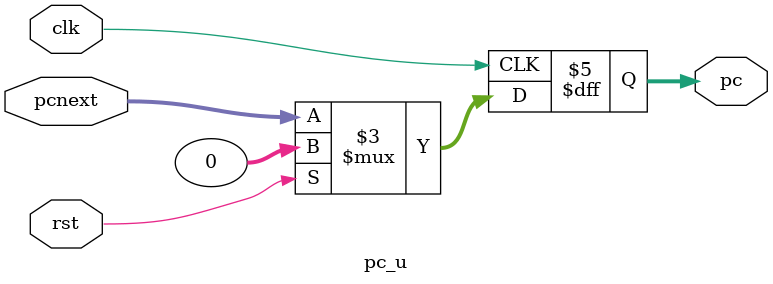
<source format=v>
module pc_u  (input clk , rst , input [31:0] pcnext , output reg [31:0] pc);
always @(posedge clk ) 
    if (rst) pc = 0;
    else     pc = pcnext ; 
endmodule
</source>
